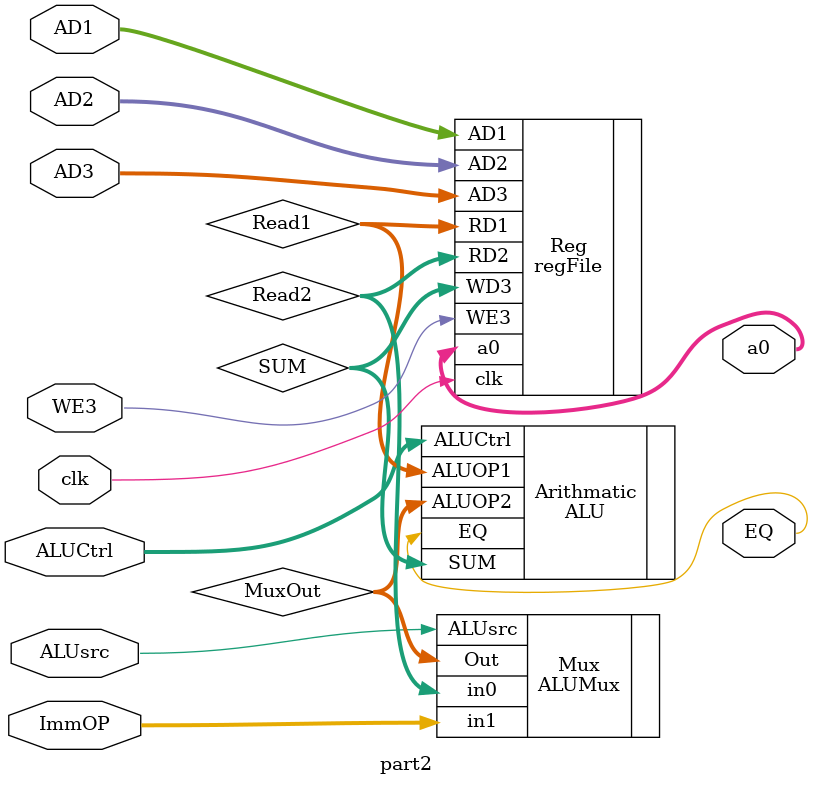
<source format=sv>
module part2 #(

    parameter ADDRESS_WIDTH = 5,
    parameter DATA_WIDTH = 32,
    parameter IMM_LENGTH = 32,  //is sign extended to 32 bits
    parameter ALU_CONTROL_LENGTH = 3


)(

    input logic                            clk,

    //reg file inputs
    input logic  [ADDRESS_WIDTH-1:0]       AD1,
    input logic  [ADDRESS_WIDTH-1:0]       AD2,
    input logic  [ADDRESS_WIDTH-1:0]       AD3,
    input logic                            WE3,
    
    //ALU multiplexer input
    input logic                            ALUsrc,
    input logic  [IMM_LENGTH-1:0]          ImmOP,

    //ALU input
    input logic  [ALU_CONTROL_LENGTH-1:0]  ALUCtrl,

    //System Outputs
    output logic [DATA_WIDTH-1:0]          a0,
    output logic                           EQ

);

    logic [DATA_WIDTH-1:0]  Read1;
    logic [DATA_WIDTH-1:0]  Read2;
    logic [DATA_WIDTH-1:0]  MuxOut;
    logic [DATA_WIDTH-1:0]  SUM;

regFile Reg (
    .clk    (clk),
    .WE3    (WE3),
    .AD1    (AD1),
    .AD2    (AD2),
    .AD3    (AD3),
    .WD3    (SUM),
    .RD1    (Read1),
    .RD2    (Read2),
    .a0     (a0)
);

ALUMux Mux (

    .ALUsrc (ALUsrc),
    .in0    (Read2),
    .in1    (ImmOP),
    .Out    (MuxOut)

);

ALU Arithmatic (

    .ALUCtrl    (ALUCtrl),
    .ALUOP1     (Read1),
    .ALUOP2     (MuxOut),
    .SUM        (SUM),
    .EQ         (EQ)

);

endmodule

</source>
